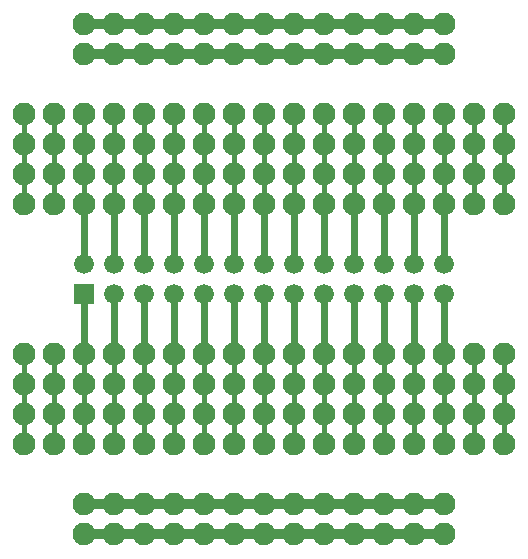
<source format=gbr>
G04 EAGLE Gerber RS-274X export*
G75*
%MOMM*%
%FSLAX34Y34*%
%LPD*%
%INBottom Copper*%
%IPPOS*%
%AMOC8*
5,1,8,0,0,1.08239X$1,22.5*%
G01*
%ADD10R,1.676400X1.676400*%
%ADD11C,1.676400*%
%ADD12C,0.406400*%
%ADD13C,1.930400*%
%ADD14C,0.812800*%
%ADD15C,0.609600*%


D10*
X-152400Y-12700D03*
D11*
X-152400Y12700D03*
X-127000Y-12700D03*
X-127000Y12700D03*
X-101600Y-12700D03*
X-101600Y12700D03*
X-76200Y-12700D03*
X-76200Y12700D03*
X-50800Y-12700D03*
X-50800Y12700D03*
X-25400Y-12700D03*
X-25400Y12700D03*
X0Y-12700D03*
X0Y12700D03*
X25400Y-12700D03*
X25400Y12700D03*
X50800Y-12700D03*
X50800Y12700D03*
X76200Y-12700D03*
X76200Y12700D03*
X101600Y-12700D03*
X101600Y12700D03*
X127000Y-12700D03*
X127000Y12700D03*
X152400Y-12700D03*
X152400Y12700D03*
D12*
X177800Y-114300D02*
X177800Y-139700D01*
X177800Y-114300D02*
X177800Y-88900D01*
X177800Y-63500D01*
D13*
X177800Y-139700D03*
X177800Y-114300D03*
X177800Y-88900D03*
X177800Y-63500D03*
D12*
X203200Y-114300D02*
X203200Y-139700D01*
X203200Y-114300D02*
X203200Y-88900D01*
X203200Y-63500D01*
D13*
X203200Y-139700D03*
X203200Y-114300D03*
X203200Y-88900D03*
X203200Y-63500D03*
D12*
X-203200Y-63500D02*
X-203200Y-88900D01*
X-203200Y-114300D01*
X-203200Y-139700D01*
D13*
X-203200Y-139700D03*
X-203200Y-114300D03*
X-203200Y-88900D03*
X-203200Y-63500D03*
D12*
X-177800Y-114300D02*
X-177800Y-139700D01*
X-177800Y-114300D02*
X-177800Y-88900D01*
X-177800Y-63500D01*
D13*
X-177800Y-139700D03*
X-177800Y-114300D03*
X-177800Y-88900D03*
X-177800Y-63500D03*
D14*
X-152400Y-190500D02*
X-127000Y-190500D01*
X-101600Y-190500D01*
X-76200Y-190500D01*
X-50800Y-190500D01*
X-25400Y-190500D01*
X0Y-190500D01*
X25400Y-190500D01*
X50800Y-190500D01*
X76200Y-190500D01*
X101600Y-190500D01*
X127000Y-190500D01*
X152400Y-190500D01*
D13*
X-152400Y-190500D03*
X-127000Y-190500D03*
X-101600Y-190500D03*
X-76200Y-190500D03*
X-50800Y-190500D03*
X-25400Y-190500D03*
X0Y-190500D03*
X25400Y-190500D03*
X50800Y-190500D03*
X76200Y-190500D03*
X101600Y-190500D03*
X127000Y-190500D03*
X152400Y-190500D03*
D14*
X-127000Y-215900D02*
X-152400Y-215900D01*
X-127000Y-215900D02*
X-101600Y-215900D01*
X-76200Y-215900D01*
X-50800Y-215900D01*
X-25400Y-215900D01*
X0Y-215900D01*
X25400Y-215900D01*
X50800Y-215900D01*
X76200Y-215900D01*
X101600Y-215900D01*
X127000Y-215900D01*
X152400Y-215900D01*
D13*
X-152400Y-215900D03*
X-127000Y-215900D03*
X-101600Y-215900D03*
X-76200Y-215900D03*
X-50800Y-215900D03*
X-25400Y-215900D03*
X0Y-215900D03*
X25400Y-215900D03*
X50800Y-215900D03*
X76200Y-215900D03*
X101600Y-215900D03*
X127000Y-215900D03*
X152400Y-215900D03*
D12*
X-177800Y114300D02*
X-177800Y139700D01*
X-177800Y114300D02*
X-177800Y88900D01*
X-177800Y63500D01*
D13*
X-177800Y139700D03*
X-177800Y114300D03*
X-177800Y88900D03*
X-177800Y63500D03*
D12*
X-203200Y114300D02*
X-203200Y139700D01*
X-203200Y114300D02*
X-203200Y88900D01*
X-203200Y63500D01*
D13*
X-203200Y139700D03*
X-203200Y114300D03*
X-203200Y88900D03*
X-203200Y63500D03*
D12*
X203200Y63500D02*
X203200Y88900D01*
X203200Y114300D01*
X203200Y139700D01*
D13*
X203200Y139700D03*
X203200Y114300D03*
X203200Y88900D03*
X203200Y63500D03*
D12*
X177800Y114300D02*
X177800Y139700D01*
X177800Y114300D02*
X177800Y88900D01*
X177800Y63500D01*
D13*
X177800Y139700D03*
X177800Y114300D03*
X177800Y88900D03*
X177800Y63500D03*
D14*
X152400Y190500D02*
X127000Y190500D01*
X101600Y190500D01*
X76200Y190500D02*
X50800Y190500D01*
X25400Y190500D02*
X0Y190500D01*
X-25400Y190500D02*
X-50800Y190500D01*
X-76200Y190500D01*
X-101600Y190500D02*
X-127000Y190500D01*
X-152400Y190500D01*
X-101600Y190500D02*
X-76200Y190500D01*
X-25400Y190500D02*
X0Y190500D01*
X25400Y190500D02*
X50800Y190500D01*
X76200Y190500D02*
X101600Y190500D01*
D13*
X152400Y190500D03*
X127000Y190500D03*
X101600Y190500D03*
X76200Y190500D03*
X50800Y190500D03*
X0Y190500D03*
X25400Y190500D03*
X-25400Y190500D03*
X-50800Y190500D03*
X-76200Y190500D03*
X-101600Y190500D03*
X-127000Y190500D03*
X-152400Y190500D03*
D14*
X127000Y215900D02*
X152400Y215900D01*
X127000Y215900D02*
X101600Y215900D01*
X76200Y215900D02*
X50800Y215900D01*
X25400Y215900D02*
X0Y215900D01*
X-25400Y215900D02*
X-50800Y215900D01*
X-76200Y215900D01*
X-101600Y215900D02*
X-127000Y215900D01*
X-152400Y215900D01*
X-101600Y215900D02*
X-76200Y215900D01*
X-25400Y215900D02*
X0Y215900D01*
X25400Y215900D02*
X50800Y215900D01*
X76200Y215900D02*
X101600Y215900D01*
D13*
X152400Y215900D03*
X127000Y215900D03*
X101600Y215900D03*
X76200Y215900D03*
X50800Y215900D03*
X0Y215900D03*
X25400Y215900D03*
X-25400Y215900D03*
X-50800Y215900D03*
X-76200Y215900D03*
X-101600Y215900D03*
X-127000Y215900D03*
X-152400Y215900D03*
D12*
X-152400Y139700D02*
X-152400Y114300D01*
X-152400Y88900D01*
X-152400Y63500D01*
D13*
X-152400Y139700D03*
X-152400Y114300D03*
X-152400Y88900D03*
X-152400Y63500D03*
D15*
X-152400Y12700D01*
D12*
X-127000Y114300D02*
X-127000Y139700D01*
X-127000Y114300D02*
X-127000Y88900D01*
X-127000Y63500D01*
D13*
X-127000Y139700D03*
X-127000Y114300D03*
X-127000Y88900D03*
X-127000Y63500D03*
D15*
X-127000Y12700D01*
D12*
X-101600Y63500D02*
X-101600Y88900D01*
X-101600Y114300D01*
X-101600Y139700D01*
D13*
X-101600Y139700D03*
X-101600Y114300D03*
X-101600Y88900D03*
X-101600Y63500D03*
D15*
X-101600Y12700D01*
D12*
X-76200Y114300D02*
X-76200Y139700D01*
X-76200Y114300D02*
X-76200Y88900D01*
X-76200Y63500D01*
D13*
X-76200Y139700D03*
X-76200Y114300D03*
X-76200Y88900D03*
X-76200Y63500D03*
D15*
X-76200Y12700D01*
D12*
X-50800Y114300D02*
X-50800Y139700D01*
X-50800Y114300D02*
X-50800Y88900D01*
X-50800Y63500D01*
D13*
X-50800Y139700D03*
X-50800Y114300D03*
X-50800Y88900D03*
X-50800Y63500D03*
D15*
X-50800Y12700D01*
D12*
X-25400Y63500D02*
X-25400Y88900D01*
X-25400Y114300D01*
X-25400Y139700D01*
D13*
X-25400Y139700D03*
X-25400Y114300D03*
X-25400Y88900D03*
X-25400Y63500D03*
D15*
X-25400Y12700D01*
D12*
X0Y114300D02*
X0Y139700D01*
X0Y114300D02*
X0Y88900D01*
X0Y63500D01*
D13*
X0Y139700D03*
X0Y114300D03*
X0Y88900D03*
X0Y63500D03*
D15*
X0Y12700D01*
D12*
X50800Y114300D02*
X50800Y139700D01*
X50800Y114300D02*
X50800Y88900D01*
X50800Y63500D01*
D13*
X50800Y139700D03*
X50800Y114300D03*
X50800Y88900D03*
X50800Y63500D03*
D15*
X50800Y12700D01*
D12*
X25400Y63500D02*
X25400Y88900D01*
X25400Y114300D01*
X25400Y139700D01*
D13*
X25400Y139700D03*
X25400Y114300D03*
X25400Y88900D03*
X25400Y63500D03*
D15*
X25400Y12700D01*
D12*
X76200Y63500D02*
X76200Y88900D01*
X76200Y114300D01*
X76200Y139700D01*
D13*
X76200Y139700D03*
X76200Y114300D03*
X76200Y88900D03*
X76200Y63500D03*
D15*
X76200Y12700D01*
D12*
X101600Y114300D02*
X101600Y139700D01*
X101600Y114300D02*
X101600Y88900D01*
X101600Y63500D01*
D13*
X101600Y139700D03*
X101600Y114300D03*
X101600Y88900D03*
X101600Y63500D03*
D15*
X101600Y12700D01*
D12*
X127000Y63500D02*
X127000Y88900D01*
X127000Y114300D02*
X127000Y139700D01*
X127000Y114300D02*
X127000Y88900D01*
D13*
X127000Y139700D03*
X127000Y114300D03*
X127000Y88900D03*
X127000Y63500D03*
D15*
X127000Y12700D01*
D12*
X152400Y63500D02*
X152400Y88900D01*
X152400Y114300D01*
X152400Y139700D01*
D13*
X152400Y139700D03*
X152400Y114300D03*
X152400Y88900D03*
X152400Y63500D03*
D15*
X152400Y12700D01*
D12*
X-152400Y-63500D02*
X-152400Y-88900D01*
X-152400Y-114300D01*
X-152400Y-139700D01*
D13*
X-152400Y-139700D03*
X-152400Y-114300D03*
X-152400Y-88900D03*
X-152400Y-63500D03*
D15*
X-152400Y-12700D01*
D12*
X-127000Y-114300D02*
X-127000Y-139700D01*
X-127000Y-114300D02*
X-127000Y-88900D01*
X-127000Y-63500D01*
D13*
X-127000Y-139700D03*
X-127000Y-114300D03*
X-127000Y-88900D03*
X-127000Y-63500D03*
D15*
X-127000Y-12700D01*
D12*
X-101600Y-63500D02*
X-101600Y-88900D01*
X-101600Y-114300D01*
X-101600Y-139700D01*
D13*
X-101600Y-139700D03*
X-101600Y-114300D03*
X-101600Y-88900D03*
X-101600Y-63500D03*
D15*
X-101600Y-12700D01*
D12*
X-76200Y-114300D02*
X-76200Y-139700D01*
X-76200Y-114300D02*
X-76200Y-88900D01*
X-76200Y-63500D01*
D13*
X-76200Y-139700D03*
X-76200Y-114300D03*
X-76200Y-88900D03*
X-76200Y-63500D03*
D15*
X-76200Y-12700D01*
D12*
X-50800Y-63500D02*
X-50800Y-88900D01*
X-50800Y-114300D01*
X-50800Y-139700D01*
D13*
X-50800Y-139700D03*
X-50800Y-114300D03*
X-50800Y-88900D03*
X-50800Y-63500D03*
D15*
X-50800Y-12700D01*
D12*
X-25400Y-114300D02*
X-25400Y-139700D01*
X-25400Y-114300D02*
X-25400Y-88900D01*
X-25400Y-63500D01*
D13*
X-25400Y-139700D03*
X-25400Y-114300D03*
X-25400Y-88900D03*
X-25400Y-63500D03*
D15*
X-25400Y-12700D01*
D12*
X0Y-63500D02*
X0Y-88900D01*
X0Y-114300D01*
X0Y-139700D01*
D13*
X0Y-139700D03*
X0Y-114300D03*
X0Y-88900D03*
X0Y-63500D03*
D15*
X0Y-12700D01*
D12*
X25400Y-114300D02*
X25400Y-139700D01*
X25400Y-114300D02*
X25400Y-88900D01*
X25400Y-63500D01*
D13*
X25400Y-139700D03*
X25400Y-114300D03*
X25400Y-88900D03*
X25400Y-63500D03*
D15*
X25400Y-12700D01*
D12*
X50800Y-63500D02*
X50800Y-88900D01*
X50800Y-114300D02*
X50800Y-139700D01*
X50800Y-114300D02*
X50800Y-88900D01*
D13*
X50800Y-139700D03*
X50800Y-114300D03*
X50800Y-88900D03*
X50800Y-63500D03*
D15*
X50800Y-12700D01*
D12*
X76200Y-63500D02*
X76200Y-88900D01*
X76200Y-114300D02*
X76200Y-139700D01*
X76200Y-114300D02*
X76200Y-88900D01*
D13*
X76200Y-139700D03*
X76200Y-114300D03*
X76200Y-88900D03*
X76200Y-63500D03*
D15*
X76200Y-12700D01*
D12*
X101600Y-63500D02*
X101600Y-88900D01*
X101600Y-114300D01*
X101600Y-139700D01*
D13*
X101600Y-139700D03*
X101600Y-114300D03*
X101600Y-88900D03*
X101600Y-63500D03*
D15*
X101600Y-12700D01*
D12*
X127000Y-114300D02*
X127000Y-139700D01*
X127000Y-114300D02*
X127000Y-88900D01*
X127000Y-63500D01*
D13*
X127000Y-139700D03*
X127000Y-114300D03*
X127000Y-88900D03*
X127000Y-63500D03*
D15*
X127000Y-12700D01*
D12*
X152400Y-63500D02*
X152400Y-88900D01*
X152400Y-114300D01*
X152400Y-139700D01*
D13*
X152400Y-139700D03*
X152400Y-114300D03*
X152400Y-88900D03*
X152400Y-63500D03*
D15*
X152400Y-12700D01*
M02*

</source>
